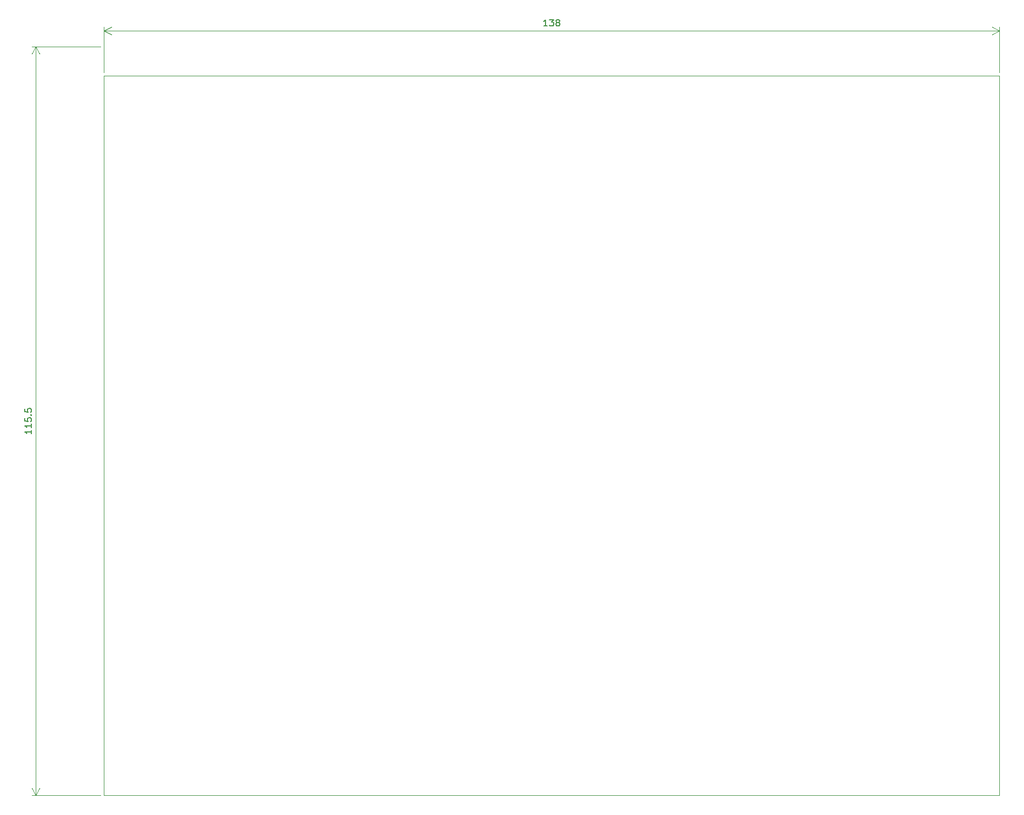
<source format=gbr>
%TF.GenerationSoftware,KiCad,Pcbnew,9.0.6*%
%TF.CreationDate,2025-12-11T16:12:32+01:00*%
%TF.ProjectId,saturation_meter,73617475-7261-4746-996f-6e5f6d657465,1.0.0*%
%TF.SameCoordinates,Original*%
%TF.FileFunction,Profile,NP*%
%FSLAX46Y46*%
G04 Gerber Fmt 4.6, Leading zero omitted, Abs format (unit mm)*
G04 Created by KiCad (PCBNEW 9.0.6) date 2025-12-11 16:12:32*
%MOMM*%
%LPD*%
G01*
G04 APERTURE LIST*
%TA.AperFunction,Profile*%
%ADD10C,0.050000*%
%TD*%
%ADD11C,0.150000*%
G04 APERTURE END LIST*
D10*
X78500000Y-38000000D02*
X216500000Y-38000000D01*
X216500000Y-149000000D01*
X78500000Y-149000000D01*
X78500000Y-38000000D01*
D11*
X67304819Y-92630952D02*
X67304819Y-93202380D01*
X67304819Y-92916666D02*
X66304819Y-92916666D01*
X66304819Y-92916666D02*
X66447676Y-93011904D01*
X66447676Y-93011904D02*
X66542914Y-93107142D01*
X66542914Y-93107142D02*
X66590533Y-93202380D01*
X67304819Y-91678571D02*
X67304819Y-92249999D01*
X67304819Y-91964285D02*
X66304819Y-91964285D01*
X66304819Y-91964285D02*
X66447676Y-92059523D01*
X66447676Y-92059523D02*
X66542914Y-92154761D01*
X66542914Y-92154761D02*
X66590533Y-92249999D01*
X66304819Y-90773809D02*
X66304819Y-91249999D01*
X66304819Y-91249999D02*
X66781009Y-91297618D01*
X66781009Y-91297618D02*
X66733390Y-91249999D01*
X66733390Y-91249999D02*
X66685771Y-91154761D01*
X66685771Y-91154761D02*
X66685771Y-90916666D01*
X66685771Y-90916666D02*
X66733390Y-90821428D01*
X66733390Y-90821428D02*
X66781009Y-90773809D01*
X66781009Y-90773809D02*
X66876247Y-90726190D01*
X66876247Y-90726190D02*
X67114342Y-90726190D01*
X67114342Y-90726190D02*
X67209580Y-90773809D01*
X67209580Y-90773809D02*
X67257200Y-90821428D01*
X67257200Y-90821428D02*
X67304819Y-90916666D01*
X67304819Y-90916666D02*
X67304819Y-91154761D01*
X67304819Y-91154761D02*
X67257200Y-91249999D01*
X67257200Y-91249999D02*
X67209580Y-91297618D01*
X67209580Y-90297618D02*
X67257200Y-90249999D01*
X67257200Y-90249999D02*
X67304819Y-90297618D01*
X67304819Y-90297618D02*
X67257200Y-90345237D01*
X67257200Y-90345237D02*
X67209580Y-90297618D01*
X67209580Y-90297618D02*
X67304819Y-90297618D01*
X66304819Y-89345238D02*
X66304819Y-89821428D01*
X66304819Y-89821428D02*
X66781009Y-89869047D01*
X66781009Y-89869047D02*
X66733390Y-89821428D01*
X66733390Y-89821428D02*
X66685771Y-89726190D01*
X66685771Y-89726190D02*
X66685771Y-89488095D01*
X66685771Y-89488095D02*
X66733390Y-89392857D01*
X66733390Y-89392857D02*
X66781009Y-89345238D01*
X66781009Y-89345238D02*
X66876247Y-89297619D01*
X66876247Y-89297619D02*
X67114342Y-89297619D01*
X67114342Y-89297619D02*
X67209580Y-89345238D01*
X67209580Y-89345238D02*
X67257200Y-89392857D01*
X67257200Y-89392857D02*
X67304819Y-89488095D01*
X67304819Y-89488095D02*
X67304819Y-89726190D01*
X67304819Y-89726190D02*
X67257200Y-89821428D01*
X67257200Y-89821428D02*
X67209580Y-89869047D01*
D10*
X78000000Y-33500000D02*
X67413580Y-33500000D01*
X67413580Y-149000000D02*
X78000000Y-149000000D01*
X68000000Y-33500000D02*
X68000000Y-149000000D01*
X68000000Y-33500000D02*
X68586421Y-34626504D01*
X68000000Y-33500000D02*
X67413579Y-34626504D01*
X68000000Y-149000000D02*
X67413579Y-147873496D01*
X68000000Y-149000000D02*
X68586421Y-147873496D01*
D11*
X146833333Y-30304819D02*
X146261905Y-30304819D01*
X146547619Y-30304819D02*
X146547619Y-29304819D01*
X146547619Y-29304819D02*
X146452381Y-29447676D01*
X146452381Y-29447676D02*
X146357143Y-29542914D01*
X146357143Y-29542914D02*
X146261905Y-29590533D01*
X147166667Y-29304819D02*
X147785714Y-29304819D01*
X147785714Y-29304819D02*
X147452381Y-29685771D01*
X147452381Y-29685771D02*
X147595238Y-29685771D01*
X147595238Y-29685771D02*
X147690476Y-29733390D01*
X147690476Y-29733390D02*
X147738095Y-29781009D01*
X147738095Y-29781009D02*
X147785714Y-29876247D01*
X147785714Y-29876247D02*
X147785714Y-30114342D01*
X147785714Y-30114342D02*
X147738095Y-30209580D01*
X147738095Y-30209580D02*
X147690476Y-30257200D01*
X147690476Y-30257200D02*
X147595238Y-30304819D01*
X147595238Y-30304819D02*
X147309524Y-30304819D01*
X147309524Y-30304819D02*
X147214286Y-30257200D01*
X147214286Y-30257200D02*
X147166667Y-30209580D01*
X148357143Y-29733390D02*
X148261905Y-29685771D01*
X148261905Y-29685771D02*
X148214286Y-29638152D01*
X148214286Y-29638152D02*
X148166667Y-29542914D01*
X148166667Y-29542914D02*
X148166667Y-29495295D01*
X148166667Y-29495295D02*
X148214286Y-29400057D01*
X148214286Y-29400057D02*
X148261905Y-29352438D01*
X148261905Y-29352438D02*
X148357143Y-29304819D01*
X148357143Y-29304819D02*
X148547619Y-29304819D01*
X148547619Y-29304819D02*
X148642857Y-29352438D01*
X148642857Y-29352438D02*
X148690476Y-29400057D01*
X148690476Y-29400057D02*
X148738095Y-29495295D01*
X148738095Y-29495295D02*
X148738095Y-29542914D01*
X148738095Y-29542914D02*
X148690476Y-29638152D01*
X148690476Y-29638152D02*
X148642857Y-29685771D01*
X148642857Y-29685771D02*
X148547619Y-29733390D01*
X148547619Y-29733390D02*
X148357143Y-29733390D01*
X148357143Y-29733390D02*
X148261905Y-29781009D01*
X148261905Y-29781009D02*
X148214286Y-29828628D01*
X148214286Y-29828628D02*
X148166667Y-29923866D01*
X148166667Y-29923866D02*
X148166667Y-30114342D01*
X148166667Y-30114342D02*
X148214286Y-30209580D01*
X148214286Y-30209580D02*
X148261905Y-30257200D01*
X148261905Y-30257200D02*
X148357143Y-30304819D01*
X148357143Y-30304819D02*
X148547619Y-30304819D01*
X148547619Y-30304819D02*
X148642857Y-30257200D01*
X148642857Y-30257200D02*
X148690476Y-30209580D01*
X148690476Y-30209580D02*
X148738095Y-30114342D01*
X148738095Y-30114342D02*
X148738095Y-29923866D01*
X148738095Y-29923866D02*
X148690476Y-29828628D01*
X148690476Y-29828628D02*
X148642857Y-29781009D01*
X148642857Y-29781009D02*
X148547619Y-29733390D01*
D10*
X78500000Y-37500000D02*
X78500000Y-30413580D01*
X216500000Y-30413580D02*
X216500000Y-37500000D01*
X78500000Y-31000000D02*
X216500000Y-31000000D01*
X78500000Y-31000000D02*
X79626504Y-30413579D01*
X78500000Y-31000000D02*
X79626504Y-31586421D01*
X216500000Y-31000000D02*
X215373496Y-31586421D01*
X216500000Y-31000000D02*
X215373496Y-30413579D01*
M02*

</source>
